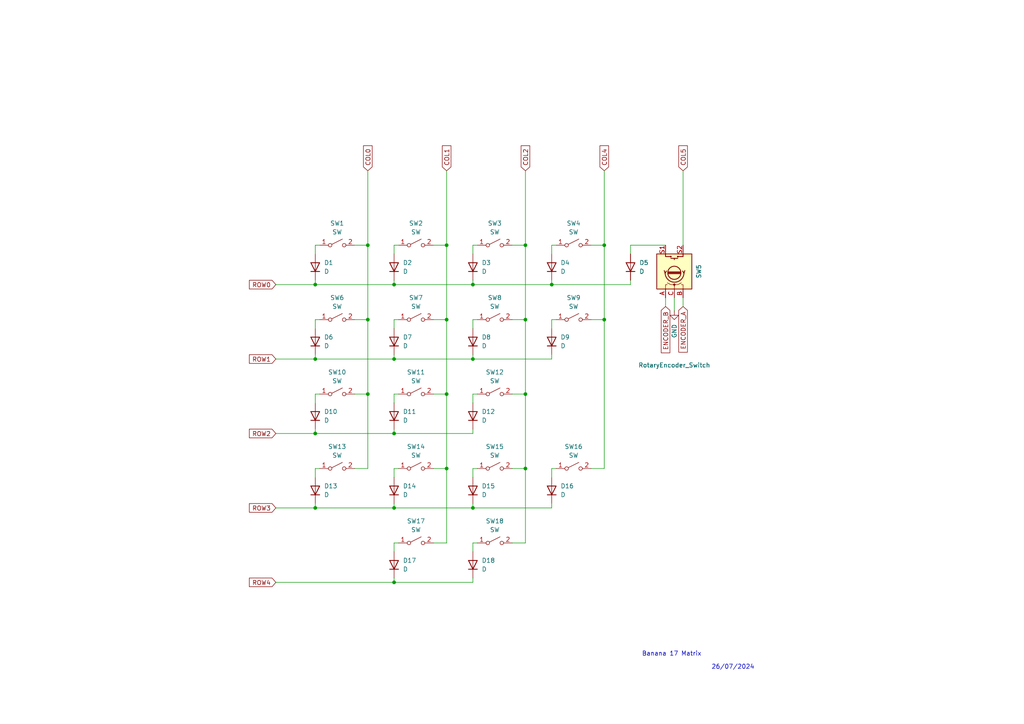
<source format=kicad_sch>
(kicad_sch (version 20231120) (generator "eeschema") (generator_version "8.0")
  (paper "A4")
  (lib_symbols
    (symbol "Device:D" (pin_numbers hide) (pin_names (offset 1.016) hide)
      (property "Reference" "D" (at 0 2.54 0))
      (property "Value" "D" (at 0 -2.54 0))
      (symbol "D_0_1"
        (polyline (pts (xy -1.27 1.27) (xy -1.27 -1.27)) (stroke (width 0.254)))
        (polyline (pts (xy 1.27 0) (xy -1.27 0)))
        (polyline (pts (xy 1.27 1.27) (xy 1.27 -1.27) (xy -1.27 0) (xy 1.27 1.27)) (stroke (width 0.254)))
      )
      (symbol "D_1_1"
        (pin passive line (at -3.81 0 0) (length 2.54) (name "K") (number "1"))
        (pin passive line (at 3.81 0 180) (length 2.54) (name "A") (number "2"))
      )
    )
    (symbol "Device:RotaryEncoder_Switch" (pin_names (offset 0.254) hide)
      (property "Reference" "SW" (at 0 6.604 0))
      (property "Value" "RotaryEncoder_Switch" (at 0 -6.604 0))
      (symbol "RotaryEncoder_Switch_0_1"
        (rectangle (start -5.08 5.08) (end 5.08 -5.08) (stroke (width 0.254)) (fill (type background)))
        (circle (center -3.81 0) (radius 0.254) (fill (type outline)))
        (circle (center -0.381 0) (radius 1.905) (stroke (width 0.254)))
        (arc (start -0.381 2.667) (mid -3.0988 -0.0635) (end -0.381 -2.794) (stroke (width 0.254)))
        (polyline (pts (xy -0.635 -1.778) (xy -0.635 1.778)) (stroke (width 0.254)))
        (polyline (pts (xy -0.381 -1.778) (xy -0.381 1.778)) (stroke (width 0.254)))
        (polyline (pts (xy -0.127 1.778) (xy -0.127 -1.778)) (stroke (width 0.254)))
        (polyline (pts (xy 3.81 0) (xy 3.429 0)) (stroke (width 0.254)))
        (polyline (pts (xy 3.81 1.016) (xy 3.81 -1.016)) (stroke (width 0.254)))
        (polyline (pts (xy -5.08 -2.54) (xy -3.81 -2.54) (xy -3.81 -2.032)))
        (polyline (pts (xy -5.08 2.54) (xy -3.81 2.54) (xy -3.81 2.032)))
        (polyline (pts (xy 0.254 -3.048) (xy -0.508 -2.794) (xy 0.127 -2.413)) (stroke (width 0.254)))
        (polyline (pts (xy 0.254 2.921) (xy -0.508 2.667) (xy 0.127 2.286)) (stroke (width 0.254)))
        (polyline (pts (xy 5.08 -2.54) (xy 4.318 -2.54) (xy 4.318 -1.016)) (stroke (width 0.254)))
        (polyline (pts (xy 5.08 2.54) (xy 4.318 2.54) (xy 4.318 1.016)) (stroke (width 0.254)))
        (polyline (pts (xy -5.08 0) (xy -3.81 0) (xy -3.81 -1.016) (xy -3.302 -2.032)))
        (polyline (pts (xy -4.318 0) (xy -3.81 0) (xy -3.81 1.016) (xy -3.302 2.032)))
        (circle (center 4.318 -1.016) (radius 0.127) (stroke (width 0.254)))
        (circle (center 4.318 1.016) (radius 0.127) (stroke (width 0.254)))
      )
      (symbol "RotaryEncoder_Switch_1_1"
        (pin passive line (at -7.62 2.54 0) (length 2.54) (name "A") (number "A"))
        (pin passive line (at -7.62 -2.54 0) (length 2.54) (name "B") (number "B"))
        (pin passive line (at -7.62 0 0) (length 2.54) (name "C") (number "C"))
        (pin passive line (at 7.62 2.54 180) (length 2.54) (name "S1") (number "S1"))
        (pin passive line (at 7.62 -2.54 180) (length 2.54) (name "S2") (number "S2"))
      )
    )
    (symbol "Switch:SW_SPST" (pin_names (offset 0) hide)
      (property "Reference" "SW" (at 0 3.175 0))
      (property "Value" "SW_SPST" (at 0 -2.54 0))
      (symbol "SW_SPST_0_0"
        (circle (center -2.032 0) (radius 0.508))
        (polyline (pts (xy -1.524 0.254) (xy 1.524 1.778)))
        (circle (center 2.032 0) (radius 0.508))
      )
      (symbol "SW_SPST_1_1"
        (pin passive line (at -5.08 0 0) (length 2.54) (name "A") (number "1"))
        (pin passive line (at 5.08 0 180) (length 2.54) (name "B") (number "2"))
      )
    )
    (symbol "power:GND" (power) (pin_numbers hide) (pin_names (offset 0) hide)
      (property "Value" "GND" (at 0 -3.81 0))
      (symbol "GND_0_1"
        (polyline (pts (xy 0 0) (xy 0 -1.27) (xy 1.27 -1.27) (xy 0 -2.54) (xy -1.27 -1.27) (xy 0 -1.27)))
      )
      (symbol "GND_1_1"
        (pin power_in line (at 0 0 270) (length 0) (name "~") (number "1"))
      )
    )
  )
  (junction (at 106.68 92.71))
  (junction (at 160.02 82.55))
  (junction (at 129.54 114.3))
  (junction (at 175.26 71.12))
  (junction (at 129.54 92.71))
  (junction (at 175.26 92.71))
  (junction (at 114.3 82.55))
  (junction (at 91.44 147.32))
  (junction (at 152.4 114.3))
  (junction (at 129.54 71.12))
  (junction (at 106.68 71.12))
  (junction (at 106.68 114.3))
  (junction (at 137.16 82.55))
  (junction (at 114.3 104.14))
  (junction (at 91.44 125.73))
  (junction (at 152.4 135.89))
  (junction (at 152.4 92.71))
  (junction (at 91.44 104.14))
  (junction (at 129.54 135.89))
  (junction (at 114.3 168.91))
  (junction (at 114.3 147.32))
  (junction (at 137.16 147.32))
  (junction (at 91.44 82.55))
  (junction (at 137.16 104.14))
  (junction (at 152.4 71.12))
  (junction (at 114.3 125.73))
  (wire (pts (xy 160.02 138.43) (xy 160.02 135.89)))
  (wire (pts (xy 102.87 114.3) (xy 106.68 114.3)))
  (wire (pts (xy 175.26 71.12) (xy 175.26 49.53)))
  (wire (pts (xy 129.54 92.71) (xy 129.54 71.12)))
  (wire (pts (xy 148.59 114.3) (xy 152.4 114.3)))
  (wire (pts (xy 160.02 135.89) (xy 161.29 135.89)))
  (wire (pts (xy 114.3 167.64) (xy 114.3 168.91)))
  (wire (pts (xy 114.3 168.91) (xy 137.16 168.91)))
  (wire (pts (xy 125.73 92.71) (xy 129.54 92.71)))
  (wire (pts (xy 137.16 138.43) (xy 137.16 135.89)))
  (wire (pts (xy 114.3 160.02) (xy 114.3 157.48)))
  (wire (pts (xy 137.16 71.12) (xy 138.43 71.12)))
  (wire (pts (xy 175.26 92.71) (xy 175.26 71.12)))
  (wire (pts (xy 91.44 104.14) (xy 114.3 104.14)))
  (wire (pts (xy 137.16 135.89) (xy 138.43 135.89)))
  (wire (pts (xy 91.44 73.66) (xy 91.44 71.12)))
  (wire (pts (xy 137.16 82.55) (xy 160.02 82.55)))
  (wire (pts (xy 102.87 92.71) (xy 106.68 92.71)))
  (wire (pts (xy 114.3 95.25) (xy 114.3 92.71)))
  (wire (pts (xy 91.44 71.12) (xy 92.71 71.12)))
  (wire (pts (xy 114.3 135.89) (xy 115.57 135.89)))
  (wire (pts (xy 114.3 116.84) (xy 114.3 114.3)))
  (wire (pts (xy 160.02 92.71) (xy 161.29 92.71)))
  (wire (pts (xy 171.45 71.12) (xy 175.26 71.12)))
  (wire (pts (xy 114.3 157.48) (xy 115.57 157.48)))
  (wire (pts (xy 91.44 82.55) (xy 114.3 82.55)))
  (wire (pts (xy 114.3 81.28) (xy 114.3 82.55)))
  (wire (pts (xy 160.02 102.87) (xy 160.02 104.14)))
  (wire (pts (xy 160.02 73.66) (xy 160.02 71.12)))
  (wire (pts (xy 114.3 146.05) (xy 114.3 147.32)))
  (wire (pts (xy 129.54 71.12) (xy 129.54 49.53)))
  (wire (pts (xy 137.16 147.32) (xy 160.02 147.32)))
  (wire (pts (xy 137.16 102.87) (xy 137.16 104.14)))
  (wire (pts (xy 91.44 95.25) (xy 91.44 92.71)))
  (wire (pts (xy 129.54 157.48) (xy 129.54 135.89)))
  (wire (pts (xy 171.45 135.89) (xy 175.26 135.89)))
  (wire (pts (xy 91.44 125.73) (xy 114.3 125.73)))
  (wire (pts (xy 91.44 138.43) (xy 91.44 135.89)))
  (wire (pts (xy 80.01 125.73) (xy 91.44 125.73)))
  (wire (pts (xy 125.73 157.48) (xy 129.54 157.48)))
  (wire (pts (xy 137.16 114.3) (xy 138.43 114.3)))
  (wire (pts (xy 114.3 71.12) (xy 115.57 71.12)))
  (wire (pts (xy 148.59 71.12) (xy 152.4 71.12)))
  (wire (pts (xy 129.54 114.3) (xy 129.54 92.71)))
  (wire (pts (xy 182.88 73.66) (xy 182.88 71.12)))
  (wire (pts (xy 102.87 135.89) (xy 106.68 135.89)))
  (wire (pts (xy 102.87 71.12) (xy 106.68 71.12)))
  (wire (pts (xy 91.44 124.46) (xy 91.44 125.73)))
  (wire (pts (xy 152.4 114.3) (xy 152.4 92.71)))
  (wire (pts (xy 160.02 82.55) (xy 160.02 81.28)))
  (wire (pts (xy 137.16 81.28) (xy 137.16 82.55)))
  (wire (pts (xy 137.16 95.25) (xy 137.16 92.71)))
  (wire (pts (xy 114.3 125.73) (xy 137.16 125.73)))
  (wire (pts (xy 91.44 147.32) (xy 114.3 147.32)))
  (wire (pts (xy 106.68 135.89) (xy 106.68 114.3)))
  (wire (pts (xy 114.3 138.43) (xy 114.3 135.89)))
  (wire (pts (xy 80.01 104.14) (xy 91.44 104.14)))
  (wire (pts (xy 80.01 168.91) (xy 114.3 168.91)))
  (wire (pts (xy 106.68 114.3) (xy 106.68 92.71)))
  (wire (pts (xy 175.26 92.71) (xy 175.26 135.89)))
  (wire (pts (xy 152.4 135.89) (xy 152.4 114.3)))
  (wire (pts (xy 148.59 157.48) (xy 152.4 157.48)))
  (wire (pts (xy 137.16 92.71) (xy 138.43 92.71)))
  (wire (pts (xy 152.4 92.71) (xy 152.4 71.12)))
  (wire (pts (xy 193.04 86.36) (xy 193.04 88.9)))
  (wire (pts (xy 114.3 102.87) (xy 114.3 104.14)))
  (wire (pts (xy 195.58 86.36) (xy 195.58 90.17)))
  (wire (pts (xy 91.44 114.3) (xy 92.71 114.3)))
  (wire (pts (xy 125.73 71.12) (xy 129.54 71.12)))
  (wire (pts (xy 160.02 71.12) (xy 161.29 71.12)))
  (wire (pts (xy 137.16 104.14) (xy 160.02 104.14)))
  (wire (pts (xy 80.01 147.32) (xy 91.44 147.32)))
  (wire (pts (xy 137.16 116.84) (xy 137.16 114.3)))
  (wire (pts (xy 137.16 146.05) (xy 137.16 147.32)))
  (wire (pts (xy 137.16 160.02) (xy 137.16 157.48)))
  (wire (pts (xy 160.02 82.55) (xy 182.88 82.55)))
  (wire (pts (xy 106.68 71.12) (xy 106.68 49.53)))
  (wire (pts (xy 91.44 116.84) (xy 91.44 114.3)))
  (wire (pts (xy 148.59 92.71) (xy 152.4 92.71)))
  (wire (pts (xy 160.02 95.25) (xy 160.02 92.71)))
  (wire (pts (xy 114.3 92.71) (xy 115.57 92.71)))
  (wire (pts (xy 137.16 167.64) (xy 137.16 168.91)))
  (wire (pts (xy 137.16 124.46) (xy 137.16 125.73)))
  (wire (pts (xy 114.3 147.32) (xy 137.16 147.32)))
  (wire (pts (xy 114.3 124.46) (xy 114.3 125.73)))
  (wire (pts (xy 114.3 104.14) (xy 137.16 104.14)))
  (wire (pts (xy 152.4 157.48) (xy 152.4 135.89)))
  (wire (pts (xy 91.44 92.71) (xy 92.71 92.71)))
  (wire (pts (xy 114.3 73.66) (xy 114.3 71.12)))
  (wire (pts (xy 129.54 135.89) (xy 129.54 114.3)))
  (wire (pts (xy 160.02 146.05) (xy 160.02 147.32)))
  (wire (pts (xy 91.44 146.05) (xy 91.44 147.32)))
  (wire (pts (xy 198.12 86.36) (xy 198.12 88.9)))
  (wire (pts (xy 198.12 49.53) (xy 198.12 71.12)))
  (wire (pts (xy 182.88 71.12) (xy 193.04 71.12)))
  (wire (pts (xy 182.88 82.55) (xy 182.88 81.28)))
  (wire (pts (xy 106.68 92.71) (xy 106.68 71.12)))
  (wire (pts (xy 91.44 102.87) (xy 91.44 104.14)))
  (wire (pts (xy 152.4 71.12) (xy 152.4 49.53)))
  (wire (pts (xy 114.3 114.3) (xy 115.57 114.3)))
  (wire (pts (xy 137.16 73.66) (xy 137.16 71.12)))
  (wire (pts (xy 125.73 135.89) (xy 129.54 135.89)))
  (wire (pts (xy 91.44 135.89) (xy 92.71 135.89)))
  (wire (pts (xy 125.73 114.3) (xy 129.54 114.3)))
  (wire (pts (xy 91.44 81.28) (xy 91.44 82.55)))
  (wire (pts (xy 114.3 82.55) (xy 137.16 82.55)))
  (wire (pts (xy 171.45 92.71) (xy 175.26 92.71)))
  (wire (pts (xy 80.01 82.55) (xy 91.44 82.55)))
  (wire (pts (xy 148.59 135.89) (xy 152.4 135.89)))
  (wire (pts (xy 137.16 157.48) (xy 138.43 157.48)))
  (text "26/07/2024" (at 212.598 193.548 0) (effects (font (size 1.27 1.27))))
  (text "Banana 17 Matrix" (at 194.818 189.738 0) (effects (font (size 1.27 1.27))))
  (global_label "COL4" (shape input) (at 175.26 49.53 90) (property "Intersheetrefs" "${INTERSHEET_REFS}" (effects (hide yes))))
  (global_label "ROW1" (shape input) (at 80.01 104.14 180) (property "Intersheetrefs" "${INTERSHEET_REFS}" (effects (hide yes))))
  (global_label "ROW4" (shape input) (at 80.01 168.91 180) (property "Intersheetrefs" "${INTERSHEET_REFS}" (effects (hide yes))))
  (global_label "COL5" (shape input) (at 198.12 49.53 90) (property "Intersheetrefs" "${INTERSHEET_REFS}" (effects (hide yes))))
  (global_label "ENCODER_B" (shape input) (at 193.04 88.9 270) (property "Intersheetrefs" "${INTERSHEET_REFS}" (effects (hide yes))))
  (global_label "ROW2" (shape input) (at 80.01 125.73 180) (property "Intersheetrefs" "${INTERSHEET_REFS}" (effects (hide yes))))
  (global_label "COL0" (shape input) (at 106.68 49.53 90) (property "Intersheetrefs" "${INTERSHEET_REFS}" (effects (hide yes))))
  (global_label "COL1" (shape input) (at 129.54 49.53 90) (property "Intersheetrefs" "${INTERSHEET_REFS}" (effects (hide yes))))
  (global_label "COL2" (shape input) (at 152.4 49.53 90) (property "Intersheetrefs" "${INTERSHEET_REFS}" (effects (hide yes))))
  (global_label "ROW3" (shape input) (at 80.01 147.32 180) (property "Intersheetrefs" "${INTERSHEET_REFS}" (effects (hide yes))))
  (global_label "ROW0" (shape input) (at 80.01 82.55 180) (property "Intersheetrefs" "${INTERSHEET_REFS}" (effects (hide yes))))
  (global_label "ENCODER_A" (shape input) (at 198.12 88.9 270) (property "Intersheetrefs" "${INTERSHEET_REFS}" (effects (hide yes))))
  (symbol (lib_id "Device:D") (at 137.16 142.24 90) (unit 1)
    (property "Reference" "D15" (at 139.7 140.9699 90) (effects (justify right)))
    (property "Value" "D" (at 139.7 143.5099 90) (effects (justify right)))
    (property "Description" "Diode" (effects (hide yes)))
    (property "Sim.Device" "D" (effects (hide yes)))
    (property "Sim.Pins" "1=K 2=A" (effects (hide yes)))
  )
  (symbol (lib_id "Device:D") (at 91.44 142.24 90) (unit 1)
    (property "Reference" "D13" (at 93.98 140.9699 90) (effects (justify right)))
    (property "Value" "D" (at 93.98 143.5099 90) (effects (justify right)))
    (property "Description" "Diode" (effects (hide yes)))
    (property "Sim.Device" "D" (effects (hide yes)))
    (property "Sim.Pins" "1=K 2=A" (effects (hide yes)))
  )
  (symbol (lib_id "Device:D") (at 137.16 77.47 90) (unit 1)
    (property "Reference" "D3" (at 139.7 76.1999 90) (effects (justify right)))
    (property "Value" "D" (at 139.7 78.7399 90) (effects (justify right)))
    (property "Description" "Diode" (effects (hide yes)))
    (property "Sim.Device" "D" (effects (hide yes)))
    (property "Sim.Pins" "1=K 2=A" (effects (hide yes)))
  )
  (symbol (lib_id "Device:D") (at 114.3 120.65 90) (unit 1)
    (property "Reference" "D11" (at 116.84 119.3799 90) (effects (justify right)))
    (property "Value" "D" (at 116.84 121.9199 90) (effects (justify right)))
    (property "Description" "Diode" (effects (hide yes)))
    (property "Sim.Device" "D" (effects (hide yes)))
    (property "Sim.Pins" "1=K 2=A" (effects (hide yes)))
  )
  (symbol (lib_id "Device:D") (at 160.02 99.06 90) (unit 1)
    (property "Reference" "D9" (at 162.56 97.7899 90) (effects (justify right)))
    (property "Value" "D" (at 162.56 100.3299 90) (effects (justify right)))
    (property "Description" "Diode" (effects (hide yes)))
    (property "Sim.Device" "D" (effects (hide yes)))
    (property "Sim.Pins" "1=K 2=A" (effects (hide yes)))
  )
  (symbol (lib_id "Switch:SW_SPST") (at 166.37 135.89 0) (unit 1)
    (property "Reference" "SW16" (at 166.37 129.54 0))
    (property "Value" "SW" (at 166.37 132.08 0))
    (property "Description" "Single Pole Single Throw (SPST) switch" (effects (hide yes)))
  )
  (symbol (lib_id "Switch:SW_SPST") (at 120.65 157.48 0) (unit 1)
    (property "Reference" "SW17" (at 120.65 151.13 0))
    (property "Value" "SW" (at 120.65 153.67 0))
    (property "Description" "Single Pole Single Throw (SPST) switch" (effects (hide yes)))
  )
  (symbol (lib_id "Device:D") (at 91.44 120.65 90) (unit 1)
    (property "Reference" "D10" (at 93.98 119.3799 90) (effects (justify right)))
    (property "Value" "D" (at 93.98 121.9199 90) (effects (justify right)))
    (property "Description" "Diode" (effects (hide yes)))
    (property "Sim.Device" "D" (effects (hide yes)))
    (property "Sim.Pins" "1=K 2=A" (effects (hide yes)))
  )
  (symbol (lib_id "Device:D") (at 182.88 77.47 90) (unit 1)
    (property "Reference" "D5" (at 185.42 76.1999 90) (effects (justify right)))
    (property "Value" "D" (at 185.42 78.7399 90) (effects (justify right)))
    (property "Description" "Diode" (effects (hide yes)))
    (property "Sim.Device" "D" (effects (hide yes)))
    (property "Sim.Pins" "1=K 2=A" (effects (hide yes)))
  )
  (symbol (lib_id "Switch:SW_SPST") (at 97.79 135.89 0) (unit 1)
    (property "Reference" "SW13" (at 97.79 129.54 0))
    (property "Value" "SW" (at 97.79 132.08 0))
    (property "Description" "Single Pole Single Throw (SPST) switch" (effects (hide yes)))
  )
  (symbol (lib_id "Switch:SW_SPST") (at 143.51 114.3 0) (unit 1)
    (property "Reference" "SW12" (at 143.51 107.95 0))
    (property "Value" "SW" (at 143.51 110.49 0))
    (property "Description" "Single Pole Single Throw (SPST) switch" (effects (hide yes)))
  )
  (symbol (lib_id "Switch:SW_SPST") (at 143.51 157.48 0) (unit 1)
    (property "Reference" "SW18" (at 143.51 151.13 0))
    (property "Value" "SW" (at 143.51 153.67 0))
    (property "Description" "Single Pole Single Throw (SPST) switch" (effects (hide yes)))
  )
  (symbol (lib_id "Switch:SW_SPST") (at 120.65 71.12 0) (unit 1)
    (property "Reference" "SW2" (at 120.65 64.77 0))
    (property "Value" "SW" (at 120.65 67.31 0))
    (property "Description" "Single Pole Single Throw (SPST) switch" (effects (hide yes)))
  )
  (symbol (lib_id "Switch:SW_SPST") (at 97.79 92.71 0) (unit 1)
    (property "Reference" "SW6" (at 97.79 86.36 0))
    (property "Value" "SW" (at 97.79 88.9 0))
    (property "Description" "Single Pole Single Throw (SPST) switch" (effects (hide yes)))
  )
  (symbol (lib_id "Device:D") (at 114.3 77.47 90) (unit 1)
    (property "Reference" "D2" (at 116.84 76.1999 90) (effects (justify right)))
    (property "Value" "D" (at 116.84 78.7399 90) (effects (justify right)))
    (property "Description" "Diode" (effects (hide yes)))
    (property "Sim.Device" "D" (effects (hide yes)))
    (property "Sim.Pins" "1=K 2=A" (effects (hide yes)))
  )
  (symbol (lib_id "Switch:SW_SPST") (at 166.37 71.12 0) (unit 1)
    (property "Reference" "SW4" (at 166.37 64.77 0))
    (property "Value" "SW" (at 166.37 67.31 0))
    (property "Description" "Single Pole Single Throw (SPST) switch" (effects (hide yes)))
  )
  (symbol (lib_id "Switch:SW_SPST") (at 120.65 114.3 0) (unit 1)
    (property "Reference" "SW11" (at 120.65 107.95 0))
    (property "Value" "SW" (at 120.65 110.49 0))
    (property "Description" "Single Pole Single Throw (SPST) switch" (effects (hide yes)))
  )
  (symbol (lib_id "Switch:SW_SPST") (at 143.51 71.12 0) (unit 1)
    (property "Reference" "SW3" (at 143.51 64.77 0))
    (property "Value" "SW" (at 143.51 67.31 0))
    (property "Description" "Single Pole Single Throw (SPST) switch" (effects (hide yes)))
  )
  (symbol (lib_id "Switch:SW_SPST") (at 120.65 135.89 0) (unit 1)
    (property "Reference" "SW14" (at 120.65 129.54 0))
    (property "Value" "SW" (at 120.65 132.08 0))
    (property "Description" "Single Pole Single Throw (SPST) switch" (effects (hide yes)))
  )
  (symbol (lib_id "Switch:SW_SPST") (at 143.51 92.71 0) (unit 1)
    (property "Reference" "SW8" (at 143.51 86.36 0))
    (property "Value" "SW" (at 143.51 88.9 0))
    (property "Description" "Single Pole Single Throw (SPST) switch" (effects (hide yes)))
  )
  (symbol (lib_id "Device:D") (at 114.3 99.06 90) (unit 1)
    (property "Reference" "D7" (at 116.84 97.7899 90) (effects (justify right)))
    (property "Value" "D" (at 116.84 100.3299 90) (effects (justify right)))
    (property "Description" "Diode" (effects (hide yes)))
    (property "Sim.Device" "D" (effects (hide yes)))
    (property "Sim.Pins" "1=K 2=A" (effects (hide yes)))
  )
  (symbol (lib_id "Device:D") (at 160.02 142.24 90) (unit 1)
    (property "Reference" "D16" (at 162.56 140.9699 90) (effects (justify right)))
    (property "Value" "D" (at 162.56 143.5099 90) (effects (justify right)))
    (property "Description" "Diode" (effects (hide yes)))
    (property "Sim.Device" "D" (effects (hide yes)))
    (property "Sim.Pins" "1=K 2=A" (effects (hide yes)))
  )
  (symbol (lib_id "Device:D") (at 137.16 163.83 90) (unit 1)
    (property "Reference" "D18" (at 139.7 162.5599 90) (effects (justify right)))
    (property "Value" "D" (at 139.7 165.0999 90) (effects (justify right)))
    (property "Description" "Diode" (effects (hide yes)))
    (property "Sim.Device" "D" (effects (hide yes)))
    (property "Sim.Pins" "1=K 2=A" (effects (hide yes)))
  )
  (symbol (lib_id "Switch:SW_SPST") (at 120.65 92.71 0) (unit 1)
    (property "Reference" "SW7" (at 120.65 86.36 0))
    (property "Value" "SW" (at 120.65 88.9 0))
    (property "Description" "Single Pole Single Throw (SPST) switch" (effects (hide yes)))
  )
  (symbol (lib_id "Device:D") (at 137.16 99.06 90) (unit 1)
    (property "Reference" "D8" (at 139.7 97.7899 90) (effects (justify right)))
    (property "Value" "D" (at 139.7 100.3299 90) (effects (justify right)))
    (property "Description" "Diode" (effects (hide yes)))
    (property "Sim.Device" "D" (effects (hide yes)))
    (property "Sim.Pins" "1=K 2=A" (effects (hide yes)))
  )
  (symbol (lib_id "Switch:SW_SPST") (at 97.79 71.12 0) (unit 1)
    (property "Reference" "SW1" (at 97.79 64.77 0))
    (property "Value" "SW" (at 97.79 67.31 0))
    (property "Description" "Single Pole Single Throw (SPST) switch" (effects (hide yes)))
  )
  (symbol (lib_id "Device:D") (at 91.44 99.06 90) (unit 1)
    (property "Reference" "D6" (at 93.98 97.7899 90) (effects (justify right)))
    (property "Value" "D" (at 93.98 100.3299 90) (effects (justify right)))
    (property "Description" "Diode" (effects (hide yes)))
    (property "Sim.Device" "D" (effects (hide yes)))
    (property "Sim.Pins" "1=K 2=A" (effects (hide yes)))
  )
  (symbol (lib_id "power:GND") (at 195.58 90.17 0) (unit 1)
    (property "Reference" "#PWR022" (effects (hide yes)))
    (property "Value" "GND" (at 195.5801 93.98 90) (effects (justify right)))
    (property "Description" "Power symbol creates a global label with name \"GND\" , ground" (effects (hide yes)))
  )
  (symbol (lib_id "Device:D") (at 114.3 163.83 90) (unit 1)
    (property "Reference" "D17" (at 116.84 162.5599 90) (effects (justify right)))
    (property "Value" "D" (at 116.84 165.0999 90) (effects (justify right)))
    (property "Description" "Diode" (effects (hide yes)))
    (property "Sim.Device" "D" (effects (hide yes)))
    (property "Sim.Pins" "1=K 2=A" (effects (hide yes)))
  )
  (symbol (lib_id "Device:D") (at 114.3 142.24 90) (unit 1)
    (property "Reference" "D14" (at 116.84 140.9699 90) (effects (justify right)))
    (property "Value" "D" (at 116.84 143.5099 90) (effects (justify right)))
    (property "Description" "Diode" (effects (hide yes)))
    (property "Sim.Device" "D" (effects (hide yes)))
    (property "Sim.Pins" "1=K 2=A" (effects (hide yes)))
  )
  (symbol (lib_id "Device:D") (at 91.44 77.47 90) (unit 1)
    (property "Reference" "D1" (at 93.98 76.1999 90) (effects (justify right)))
    (property "Value" "D" (at 93.98 78.7399 90) (effects (justify right)))
    (property "Description" "Diode" (effects (hide yes)))
    (property "Sim.Device" "D" (effects (hide yes)))
    (property "Sim.Pins" "1=K 2=A" (effects (hide yes)))
  )
  (symbol (lib_id "Device:RotaryEncoder_Switch") (at 195.58 78.74 90) (unit 1)
    (property "Reference" "SW5" (at 202.692 78.74 0))
    (property "Value" "RotaryEncoder_Switch" (at 195.58 105.918 90))
    (property "Description" "Rotary encoder, dual channel, incremental quadrate outputs, with switch" (effects (hide yes)))
  )
  (symbol (lib_id "Switch:SW_SPST") (at 97.79 114.3 0) (unit 1)
    (property "Reference" "SW10" (at 97.79 107.95 0))
    (property "Value" "SW" (at 97.79 110.49 0))
    (property "Description" "Single Pole Single Throw (SPST) switch" (effects (hide yes)))
  )
  (symbol (lib_id "Switch:SW_SPST") (at 143.51 135.89 0) (unit 1)
    (property "Reference" "SW15" (at 143.51 129.54 0))
    (property "Value" "SW" (at 143.51 132.08 0))
    (property "Description" "Single Pole Single Throw (SPST) switch" (effects (hide yes)))
  )
  (symbol (lib_id "Device:D") (at 160.02 77.47 90) (unit 1)
    (property "Reference" "D4" (at 162.56 76.1999 90) (effects (justify right)))
    (property "Value" "D" (at 162.56 78.7399 90) (effects (justify right)))
    (property "Description" "Diode" (effects (hide yes)))
    (property "Sim.Device" "D" (effects (hide yes)))
    (property "Sim.Pins" "1=K 2=A" (effects (hide yes)))
  )
  (symbol (lib_id "Switch:SW_SPST") (at 166.37 92.71 0) (unit 1)
    (property "Reference" "SW9" (at 166.37 86.36 0))
    (property "Value" "SW" (at 166.37 88.9 0))
    (property "Description" "Single Pole Single Throw (SPST) switch" (effects (hide yes)))
  )
  (symbol (lib_id "Device:D") (at 137.16 120.65 90) (unit 1)
    (property "Reference" "D12" (at 139.7 119.3799 90) (effects (justify right)))
    (property "Value" "D" (at 139.7 121.9199 90) (effects (justify right)))
    (property "Description" "Diode" (effects (hide yes)))
    (property "Sim.Device" "D" (effects (hide yes)))
    (property "Sim.Pins" "1=K 2=A" (effects (hide yes)))
  )
)
</source>
